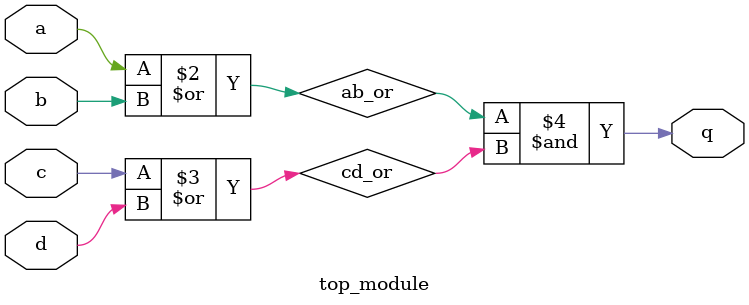
<source format=sv>
module top_module (
    input a, 
    input b, 
    input c, 
    input d,
    output q
);

    reg ab_or;     // OR of inputs a and b
    reg cd_or;     // OR of inputs c and d

    always @* begin
        ab_or = a | b;
        cd_or = c | d;
        q = ab_or & cd_or;
    end

endmodule

</source>
